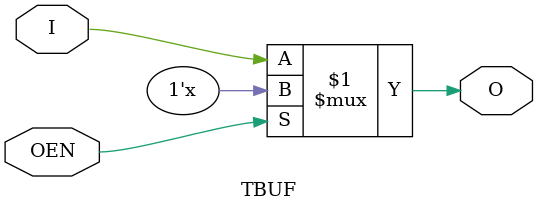
<source format=v>
module TBUF (O, I, OEN);
  input I, OEN;
  output O;
  assign O = OEN ? 1'bz : I;
endmodule
</source>
